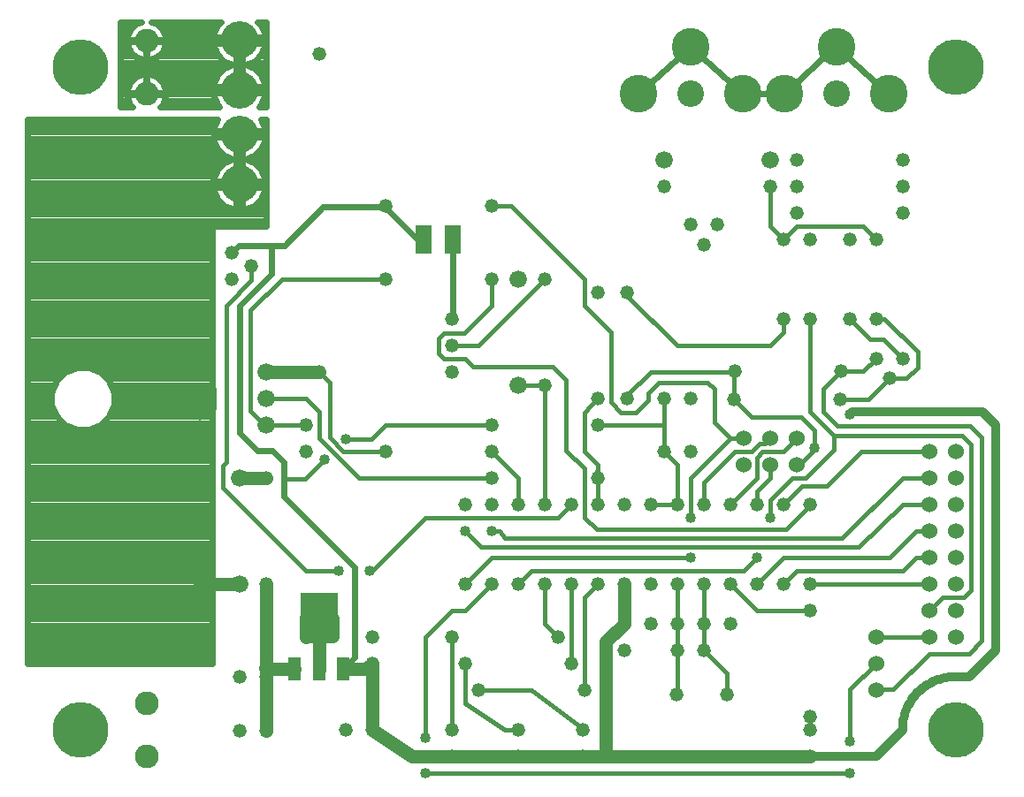
<source format=gbr>
G75*
G70*
%OFA0B0*%
%FSLAX24Y24*%
%IPPOS*%
%LPD*%
%AMOC8*
5,1,8,0,0,1.08239X$1,22.5*
%
%ADD10C,0.0900*%
%ADD11C,0.0520*%
%ADD12R,0.0480X0.0880*%
%ADD13R,0.1417X0.0866*%
%ADD14C,0.1400*%
%ADD15C,0.0660*%
%ADD16C,0.0600*%
%ADD17R,0.0630X0.1063*%
%ADD18C,0.2100*%
%ADD19C,0.1004*%
%ADD20C,0.1424*%
%ADD21C,0.0160*%
%ADD22C,0.0500*%
%ADD23C,0.0400*%
%ADD24C,0.0240*%
%ADD25C,0.0320*%
D10*
X011843Y006842D03*
X011843Y008842D03*
X011843Y031842D03*
X011843Y033842D03*
D11*
X018343Y033342D03*
X020843Y027592D03*
X020843Y024842D03*
X023343Y023342D03*
X023343Y022342D03*
X023343Y021342D03*
X024843Y019342D03*
X024843Y018342D03*
X024843Y017342D03*
X024843Y016342D03*
X023843Y016342D03*
X025843Y016342D03*
X026843Y016342D03*
X027843Y016342D03*
X028843Y016342D03*
X028843Y017342D03*
X029843Y016342D03*
X030843Y016342D03*
X031843Y016342D03*
X032843Y016342D03*
X033843Y016342D03*
X034843Y016342D03*
X035843Y016342D03*
X036843Y016342D03*
X036843Y013342D03*
X036843Y012342D03*
X035843Y013342D03*
X034843Y013342D03*
X033843Y013342D03*
X032843Y013342D03*
X031843Y013342D03*
X030843Y013342D03*
X029843Y013342D03*
X028843Y013342D03*
X027843Y013342D03*
X026843Y013342D03*
X025843Y013342D03*
X024843Y013342D03*
X023843Y013342D03*
X023343Y011342D03*
X023843Y010342D03*
X024343Y009342D03*
X023343Y007842D03*
X023343Y006842D03*
X025843Y006842D03*
X025843Y007842D03*
X028293Y007842D03*
X028293Y006842D03*
X028343Y009342D03*
X027843Y010342D03*
X027343Y011342D03*
X029843Y011842D03*
X029843Y010842D03*
X030843Y011842D03*
X031843Y011842D03*
X031843Y010842D03*
X032843Y010842D03*
X032843Y011842D03*
X033843Y011842D03*
X033718Y009167D03*
X031818Y009167D03*
X036843Y008342D03*
X036843Y007842D03*
X036843Y006842D03*
X032343Y018342D03*
X031343Y018342D03*
X031343Y020342D03*
X032343Y020342D03*
X033993Y020292D03*
X034018Y021367D03*
X035843Y023342D03*
X036843Y023342D03*
X038343Y023342D03*
X039343Y023342D03*
X039343Y021842D03*
X039843Y021092D03*
X040343Y021842D03*
X038018Y021367D03*
X037993Y020292D03*
X038343Y026342D03*
X039343Y026342D03*
X040343Y027342D03*
X040343Y028342D03*
X040343Y029342D03*
X036343Y029342D03*
X036343Y028342D03*
X035343Y028342D03*
X036343Y027342D03*
X035843Y026342D03*
X036843Y026342D03*
X033343Y026892D03*
X032843Y026142D03*
X032343Y026892D03*
X031343Y028342D03*
X026843Y024842D03*
X024843Y024842D03*
X024843Y027592D03*
X028843Y024342D03*
X029968Y024342D03*
X026843Y020842D03*
X028843Y020342D03*
X028843Y019342D03*
X029968Y020342D03*
X020843Y018342D03*
X017843Y018342D03*
X017843Y019342D03*
X016343Y017342D03*
X016343Y013342D03*
X020343Y011342D03*
X020343Y010342D03*
X020343Y007842D03*
X019343Y007842D03*
X016368Y007817D03*
X015368Y007817D03*
X015343Y009842D03*
X016343Y009842D03*
X018343Y021342D03*
X015043Y024842D03*
X015793Y025342D03*
X015043Y025842D03*
D12*
X017433Y010122D03*
X018343Y010122D03*
X019253Y010122D03*
D13*
X018343Y012562D03*
D14*
X015343Y028422D03*
X015343Y030307D03*
X015343Y031977D03*
X015343Y033862D03*
D15*
X025843Y024842D03*
X025843Y020842D03*
X016343Y021342D03*
X016343Y020342D03*
X016343Y019342D03*
X015343Y017342D03*
X015343Y013342D03*
X031343Y029342D03*
X035343Y029342D03*
D16*
X035343Y018842D03*
X034343Y018842D03*
X034343Y017842D03*
X035343Y017842D03*
X036343Y017842D03*
X036343Y018842D03*
X041343Y018342D03*
X042343Y018342D03*
X042343Y017342D03*
X041343Y017342D03*
X041343Y016342D03*
X041343Y015342D03*
X042343Y015342D03*
X042343Y016342D03*
X042343Y014342D03*
X041343Y014342D03*
X041343Y013342D03*
X041343Y012342D03*
X042343Y012342D03*
X042343Y013342D03*
X042343Y011342D03*
X041343Y011342D03*
X039343Y011342D03*
X039343Y010342D03*
X039343Y009342D03*
D17*
X023395Y026342D03*
X022292Y026342D03*
D18*
X009343Y007842D03*
X009343Y032842D03*
X042343Y032842D03*
X042343Y007842D03*
D19*
X037843Y031842D03*
X032343Y031842D03*
D20*
X030375Y031842D03*
X032343Y033613D03*
X034312Y031842D03*
X035875Y031842D03*
X037843Y033613D03*
X039812Y031842D03*
D21*
X035343Y028342D02*
X035343Y026842D01*
X035843Y026342D01*
X036343Y026842D01*
X038843Y026842D01*
X039343Y026342D01*
X039343Y023342D02*
X039668Y023342D01*
X040918Y022092D01*
X040918Y021517D01*
X040493Y021092D01*
X039843Y021092D01*
X039043Y020292D01*
X037993Y020292D01*
X037343Y020692D02*
X037343Y019842D01*
X037893Y019292D01*
X042893Y019292D01*
X043318Y018867D01*
X043318Y011192D01*
X042843Y010717D01*
X041343Y010717D01*
X039993Y009367D01*
X039318Y009367D01*
X039343Y009342D01*
X038368Y009367D02*
X039343Y010342D01*
X038368Y009367D02*
X038368Y007392D01*
X038368Y006217D02*
X022343Y006217D01*
X022343Y007542D02*
X022343Y011342D01*
X023343Y012342D01*
X023843Y012342D01*
X024843Y013342D01*
X023843Y013342D02*
X024843Y014342D01*
X032343Y014342D01*
X031843Y013342D02*
X031843Y011842D01*
X031843Y010842D01*
X031843Y009192D01*
X031818Y009167D01*
X033718Y009167D02*
X033718Y009967D01*
X032843Y010842D01*
X032843Y011842D01*
X032843Y013342D01*
X033843Y013342D02*
X034843Y012342D01*
X036843Y012342D01*
X036843Y013342D02*
X041343Y013342D01*
X041843Y012842D02*
X042668Y012842D01*
X042918Y013092D01*
X042918Y018617D01*
X042593Y018942D01*
X037743Y018942D01*
X037743Y018392D01*
X036693Y017342D01*
X036193Y017342D01*
X035343Y016492D01*
X035343Y015842D01*
X034843Y016342D02*
X034843Y016842D01*
X035343Y017342D01*
X035343Y017842D01*
X034843Y018117D02*
X034843Y017342D01*
X033843Y016342D01*
X032843Y016342D02*
X032843Y017167D01*
X034018Y018342D01*
X034643Y018342D01*
X034943Y018642D01*
X035143Y018642D01*
X035343Y018842D01*
X035068Y018342D02*
X035843Y018342D01*
X036343Y018842D01*
X037018Y019142D02*
X037018Y018467D01*
X037018Y018392D01*
X036468Y017842D01*
X036343Y017842D01*
X036543Y017042D02*
X037493Y017042D01*
X038793Y018342D01*
X041343Y018342D01*
X041343Y017342D02*
X040343Y017342D01*
X038043Y015067D01*
X025368Y015067D01*
X025143Y015342D01*
X024843Y015342D01*
X024443Y014742D02*
X038693Y014742D01*
X040343Y016342D01*
X041343Y016342D01*
X041343Y015342D02*
X040843Y015342D01*
X039843Y014342D01*
X035843Y014342D01*
X034843Y013342D01*
X034343Y013842D02*
X034843Y014342D01*
X034343Y013842D02*
X026343Y013842D01*
X025843Y013342D01*
X026843Y013342D02*
X026843Y011842D01*
X027343Y011342D01*
X027843Y010342D02*
X027843Y013342D01*
X028343Y012842D02*
X028343Y009342D01*
X028343Y007842D02*
X026343Y009342D01*
X024343Y009342D01*
X023843Y008842D02*
X025343Y007842D01*
X025843Y007842D01*
X023843Y008842D02*
X023843Y010342D01*
X023343Y011342D02*
X023343Y007842D01*
X028293Y007842D02*
X028343Y007842D01*
X033718Y009142D02*
X033718Y009167D01*
X036843Y008342D02*
X036843Y007842D01*
X039343Y011342D02*
X041343Y011342D01*
X041343Y012342D02*
X041843Y012842D01*
X040343Y013842D02*
X040843Y014342D01*
X041343Y014342D01*
X040343Y013842D02*
X036343Y013842D01*
X035843Y013342D01*
X035943Y015417D02*
X028818Y015417D01*
X028343Y015842D01*
X028343Y017692D01*
X027668Y018367D01*
X027668Y021042D01*
X027168Y021542D01*
X024143Y021542D01*
X023843Y021842D01*
X023068Y021842D01*
X022868Y022042D01*
X022868Y022617D01*
X023068Y022817D01*
X023818Y022817D01*
X024843Y023842D01*
X024843Y024842D01*
X026843Y024842D02*
X024343Y022342D01*
X023343Y022342D01*
X025843Y020842D02*
X026843Y020842D01*
X026843Y016342D01*
X027343Y015842D02*
X022343Y015842D01*
X020343Y013842D01*
X020243Y013842D01*
X019093Y013842D02*
X017843Y013842D01*
X014718Y016967D01*
X014718Y017817D01*
X014843Y017942D01*
X014843Y023842D01*
X015793Y024792D01*
X015793Y025342D01*
X016943Y024842D02*
X020843Y024842D01*
X020893Y024892D01*
X016943Y024842D02*
X015768Y023667D01*
X015768Y019867D01*
X016293Y019342D01*
X017843Y019342D01*
X016343Y019342D01*
X016343Y020342D02*
X017843Y020342D01*
X018343Y019842D01*
X018343Y018842D01*
X019843Y017342D01*
X024843Y017342D01*
X025843Y017342D02*
X024843Y018342D01*
X024843Y019342D02*
X020843Y019342D01*
X020318Y018817D01*
X019343Y018817D01*
X019268Y018342D02*
X020843Y018342D01*
X019268Y018342D02*
X018743Y018867D01*
X018743Y020942D01*
X018343Y021342D01*
X018568Y018042D02*
X017829Y017302D01*
X017018Y017302D01*
X023843Y015342D02*
X024443Y014742D01*
X025843Y016342D02*
X025843Y017342D01*
X027343Y015842D02*
X027843Y016342D01*
X028843Y016342D02*
X028843Y017342D01*
X028843Y017842D01*
X028343Y018342D01*
X028343Y019817D01*
X028843Y020367D01*
X028843Y020342D01*
X029343Y020192D02*
X029718Y019817D01*
X030293Y019817D01*
X030743Y020267D01*
X030743Y020542D01*
X031143Y020942D01*
X032993Y020942D01*
X033243Y020692D01*
X033243Y019442D01*
X033843Y018842D01*
X034343Y018842D01*
X033843Y018842D02*
X032343Y017342D01*
X032343Y015842D01*
X031843Y016342D02*
X031843Y017842D01*
X031343Y018342D01*
X031343Y019342D01*
X028843Y019342D01*
X029343Y020192D02*
X029343Y022842D01*
X028343Y023842D01*
X028343Y024842D01*
X025593Y027592D01*
X024843Y027592D01*
X029968Y024342D02*
X029968Y024217D01*
X031843Y022342D01*
X035343Y022342D01*
X035843Y022842D01*
X035843Y023342D01*
X036843Y023342D02*
X036843Y019842D01*
X037743Y018942D01*
X037018Y019142D02*
X036518Y019642D01*
X034643Y019642D01*
X033993Y020292D01*
X033993Y021342D01*
X034018Y021367D01*
X033868Y021367D01*
X033843Y021342D01*
X030843Y021342D01*
X029968Y020467D01*
X029968Y020342D01*
X031343Y020342D02*
X031343Y019342D01*
X033993Y020242D02*
X033993Y020292D01*
X035068Y018342D02*
X034843Y018117D01*
X036543Y017042D02*
X035843Y016342D01*
X035943Y015417D02*
X036843Y016317D01*
X036843Y016342D01*
X031843Y016342D02*
X030843Y016342D01*
X028843Y017342D02*
X028818Y017617D01*
X028843Y013342D02*
X028343Y012842D01*
X037343Y020692D02*
X038018Y021367D01*
X038868Y021367D01*
X039343Y021842D01*
X039118Y022567D02*
X038343Y023342D01*
X038318Y023342D01*
X039118Y022567D02*
X039618Y022567D01*
X040343Y021842D01*
D22*
X029843Y013342D02*
X029843Y011842D01*
X029168Y011167D01*
X029168Y006842D01*
X036843Y006842D01*
X029168Y006842D02*
X028293Y006842D01*
X025843Y006842D01*
X023343Y006842D01*
X021843Y006842D01*
X020343Y007842D01*
X020343Y010342D01*
X020123Y010122D01*
X019253Y010122D01*
X018343Y010122D02*
X018343Y011342D01*
X018343Y012562D01*
X018343Y012542D01*
X018843Y012042D01*
X018843Y011367D01*
X017868Y011367D01*
X017843Y011342D01*
X017843Y012062D01*
X018343Y012562D01*
X016343Y013342D02*
X016343Y010167D01*
X016318Y010167D01*
X016363Y010122D01*
X017433Y010122D01*
X018343Y010122D02*
X018343Y010117D01*
X016343Y010167D02*
X016343Y009842D01*
X016343Y007842D01*
X016368Y007817D01*
X015343Y013342D02*
X013843Y013342D01*
X015343Y017342D02*
X016343Y017342D01*
X016343Y021342D02*
X018343Y021342D01*
X028293Y006842D02*
X028343Y006842D01*
D23*
X022343Y006217D03*
X022343Y007542D03*
X018843Y011367D03*
X018343Y011342D03*
X017843Y011342D03*
X019093Y013842D03*
X020243Y013842D03*
X023843Y015342D03*
X024843Y015342D03*
X019343Y018817D03*
X018568Y018042D03*
X013843Y019342D03*
X013843Y020342D03*
X013843Y021342D03*
X032343Y015842D03*
X032343Y014342D03*
X034843Y014342D03*
X035343Y015842D03*
X037018Y018467D03*
X038368Y019742D03*
X038368Y007392D03*
X038368Y006217D03*
D24*
X019693Y010562D02*
X019693Y013967D01*
X017018Y016642D01*
X017018Y017302D01*
X017018Y017942D01*
X016593Y018367D01*
X016018Y018367D01*
X015343Y019042D01*
X015343Y023842D01*
X016543Y025042D01*
X016543Y026117D01*
X017043Y026117D01*
X018493Y027567D01*
X020818Y027567D01*
X022043Y026342D01*
X022292Y026342D01*
X023395Y026342D02*
X023395Y023368D01*
X023368Y023342D01*
X023343Y023342D01*
X020843Y027567D02*
X020818Y027567D01*
X020843Y027592D01*
X020843Y027567D01*
X016368Y027526D02*
X015716Y027526D01*
X015893Y027599D02*
X015536Y027452D01*
X015463Y027452D01*
X015463Y028302D01*
X015223Y028302D01*
X014373Y028302D01*
X014373Y028229D01*
X014521Y027872D01*
X014794Y027599D01*
X015150Y027452D01*
X015223Y027452D01*
X015223Y028302D01*
X015223Y028542D01*
X014373Y028542D01*
X014373Y028615D01*
X014521Y028971D01*
X014794Y029244D01*
X015084Y029364D01*
X014794Y029484D01*
X014521Y029757D01*
X014373Y030114D01*
X014373Y030187D01*
X015223Y030187D01*
X015223Y030427D01*
X014373Y030427D01*
X014373Y030500D01*
X014521Y030856D01*
X014532Y030867D01*
X007363Y030867D01*
X007363Y010342D01*
X014318Y010342D01*
X014318Y019967D01*
X014343Y019967D01*
X014343Y020717D01*
X014318Y020717D01*
X014318Y026842D01*
X016368Y026842D01*
X016368Y030867D01*
X016155Y030867D01*
X016166Y030856D01*
X016313Y030500D01*
X016313Y030427D01*
X015464Y030427D01*
X015464Y030187D01*
X016313Y030187D01*
X016313Y030114D01*
X016166Y029757D01*
X015893Y029484D01*
X015603Y029364D01*
X015893Y029244D01*
X016166Y028971D01*
X016313Y028615D01*
X016313Y028542D01*
X015464Y028542D01*
X015464Y028302D01*
X016313Y028302D01*
X016313Y028229D01*
X016166Y027872D01*
X015893Y027599D01*
X016058Y027765D02*
X016368Y027765D01*
X016368Y028003D02*
X016220Y028003D01*
X016313Y028242D02*
X016368Y028242D01*
X016368Y028480D02*
X015464Y028480D01*
X015463Y028542D02*
X015223Y028542D01*
X015223Y029392D01*
X015223Y030187D01*
X015463Y030187D01*
X015463Y029392D01*
X015463Y028542D01*
X015463Y028719D02*
X015223Y028719D01*
X015223Y028958D02*
X015463Y028958D01*
X015463Y029196D02*
X015223Y029196D01*
X015223Y029435D02*
X015463Y029435D01*
X015463Y029673D02*
X015223Y029673D01*
X015223Y029912D02*
X015463Y029912D01*
X015463Y030150D02*
X015223Y030150D01*
X015223Y030389D02*
X007363Y030389D01*
X007363Y030627D02*
X014426Y030627D01*
X014531Y030866D02*
X007363Y030866D01*
X007363Y030150D02*
X014373Y030150D01*
X014457Y029912D02*
X007363Y029912D01*
X007363Y029673D02*
X014605Y029673D01*
X014914Y029435D02*
X007363Y029435D01*
X007363Y029196D02*
X014746Y029196D01*
X014516Y028958D02*
X007363Y028958D01*
X007363Y028719D02*
X014417Y028719D01*
X014373Y028242D02*
X007363Y028242D01*
X007363Y028480D02*
X015223Y028480D01*
X015223Y028242D02*
X015463Y028242D01*
X015463Y028003D02*
X015223Y028003D01*
X015223Y027765D02*
X015463Y027765D01*
X015463Y027526D02*
X015223Y027526D01*
X014971Y027526D02*
X007363Y027526D01*
X007363Y027288D02*
X016368Y027288D01*
X016368Y027049D02*
X007363Y027049D01*
X007363Y026811D02*
X014318Y026811D01*
X014318Y026572D02*
X007363Y026572D01*
X007363Y026334D02*
X014318Y026334D01*
X014318Y026095D02*
X007363Y026095D01*
X007363Y025856D02*
X014318Y025856D01*
X014318Y025618D02*
X007363Y025618D01*
X007363Y025379D02*
X014318Y025379D01*
X014318Y025141D02*
X007363Y025141D01*
X007363Y024902D02*
X014318Y024902D01*
X014318Y024664D02*
X007363Y024664D01*
X007363Y024425D02*
X014318Y024425D01*
X014318Y024187D02*
X007363Y024187D01*
X007363Y023948D02*
X014318Y023948D01*
X014318Y023710D02*
X007363Y023710D01*
X007363Y023471D02*
X014318Y023471D01*
X014318Y023232D02*
X007363Y023232D01*
X007363Y022994D02*
X014318Y022994D01*
X014318Y022755D02*
X007363Y022755D01*
X007363Y022517D02*
X014318Y022517D01*
X014318Y022278D02*
X007363Y022278D01*
X007363Y022040D02*
X014318Y022040D01*
X014318Y021801D02*
X007363Y021801D01*
X007363Y021563D02*
X014318Y021563D01*
X014318Y021324D02*
X010116Y021324D01*
X010106Y021334D02*
X009676Y021512D01*
X009211Y021512D01*
X008781Y021334D01*
X008452Y021004D01*
X008273Y020574D01*
X008273Y020109D01*
X008452Y019679D01*
X008781Y019350D01*
X009211Y019172D01*
X009676Y019172D01*
X010106Y019350D01*
X010435Y019679D01*
X010613Y020109D01*
X010613Y020574D01*
X010435Y021004D01*
X010106Y021334D01*
X010354Y021086D02*
X014318Y021086D01*
X014318Y020847D02*
X010501Y020847D01*
X010599Y020609D02*
X014343Y020609D01*
X014343Y020370D02*
X010613Y020370D01*
X010613Y020131D02*
X014343Y020131D01*
X014318Y019893D02*
X010524Y019893D01*
X010411Y019654D02*
X014318Y019654D01*
X014318Y019416D02*
X010172Y019416D01*
X009689Y019177D02*
X014318Y019177D01*
X014318Y018939D02*
X007363Y018939D01*
X007363Y019177D02*
X009197Y019177D01*
X008715Y019416D02*
X007363Y019416D01*
X007363Y019654D02*
X008476Y019654D01*
X008363Y019893D02*
X007363Y019893D01*
X007363Y020131D02*
X008273Y020131D01*
X008273Y020370D02*
X007363Y020370D01*
X007363Y020609D02*
X008288Y020609D01*
X008386Y020847D02*
X007363Y020847D01*
X007363Y021086D02*
X008533Y021086D01*
X008771Y021324D02*
X007363Y021324D01*
X007363Y018700D02*
X014318Y018700D01*
X014318Y018462D02*
X007363Y018462D01*
X007363Y018223D02*
X014318Y018223D01*
X014318Y017985D02*
X007363Y017985D01*
X007363Y017746D02*
X014318Y017746D01*
X014318Y017507D02*
X007363Y017507D01*
X007363Y017269D02*
X014318Y017269D01*
X014318Y017030D02*
X007363Y017030D01*
X007363Y016792D02*
X014318Y016792D01*
X014318Y016553D02*
X007363Y016553D01*
X007363Y016315D02*
X014318Y016315D01*
X014318Y016076D02*
X007363Y016076D01*
X007363Y015838D02*
X014318Y015838D01*
X014318Y015599D02*
X007363Y015599D01*
X007363Y015361D02*
X014318Y015361D01*
X014318Y015122D02*
X007363Y015122D01*
X007363Y014883D02*
X014318Y014883D01*
X014318Y014645D02*
X007363Y014645D01*
X007363Y014406D02*
X014318Y014406D01*
X014318Y014168D02*
X007363Y014168D01*
X007363Y013929D02*
X014318Y013929D01*
X014318Y013691D02*
X007363Y013691D01*
X007363Y013452D02*
X014318Y013452D01*
X014318Y013214D02*
X007363Y013214D01*
X007363Y012975D02*
X014318Y012975D01*
X014318Y012737D02*
X007363Y012737D01*
X007363Y012498D02*
X014318Y012498D01*
X014318Y012259D02*
X007363Y012259D01*
X007363Y012021D02*
X014318Y012021D01*
X014318Y011782D02*
X007363Y011782D01*
X007363Y011544D02*
X014318Y011544D01*
X014318Y011305D02*
X007363Y011305D01*
X007363Y011067D02*
X014318Y011067D01*
X014318Y010828D02*
X007363Y010828D01*
X007363Y010590D02*
X014318Y010590D01*
X014318Y010351D02*
X007363Y010351D01*
X019253Y010122D02*
X019693Y010562D01*
X015043Y025842D02*
X015318Y026117D01*
X016543Y026117D01*
X014629Y027765D02*
X007363Y027765D01*
X007363Y028003D02*
X014467Y028003D01*
X015941Y029196D02*
X016368Y029196D01*
X016368Y028958D02*
X016171Y028958D01*
X016270Y028719D02*
X016368Y028719D01*
X016368Y029435D02*
X015773Y029435D01*
X016082Y029673D02*
X016368Y029673D01*
X016368Y029912D02*
X016230Y029912D01*
X016313Y030150D02*
X016368Y030150D01*
X016368Y030389D02*
X015464Y030389D01*
X016261Y030627D02*
X016368Y030627D01*
X016368Y030866D02*
X016156Y030866D01*
X016080Y031342D02*
X016166Y031427D01*
X016313Y031784D01*
X016313Y031857D01*
X015464Y031857D01*
X015464Y032097D01*
X016313Y032097D01*
X016313Y032170D01*
X016166Y032526D01*
X015893Y032799D01*
X015603Y032919D01*
X015893Y033039D01*
X016166Y033312D01*
X016313Y033669D01*
X016313Y033742D01*
X015464Y033742D01*
X015464Y033982D01*
X016313Y033982D01*
X016313Y034055D01*
X016166Y034411D01*
X016035Y034542D01*
X016368Y034542D01*
X016368Y031342D01*
X016080Y031342D01*
X016081Y031343D02*
X016368Y031343D01*
X016368Y031581D02*
X016230Y031581D01*
X016313Y031820D02*
X016368Y031820D01*
X016368Y032059D02*
X015464Y032059D01*
X015463Y032097D02*
X015223Y032097D01*
X015223Y031857D01*
X014373Y031857D01*
X014373Y031784D01*
X014521Y031427D01*
X014607Y031342D01*
X012362Y031342D01*
X012454Y031434D01*
X012563Y031698D01*
X012563Y031812D01*
X011874Y031812D01*
X011874Y031872D01*
X012563Y031872D01*
X012563Y031985D01*
X012454Y032250D01*
X012251Y032452D01*
X011987Y032562D01*
X011873Y032562D01*
X011873Y031872D01*
X011813Y031872D01*
X011813Y031812D01*
X011123Y031812D01*
X011123Y031698D01*
X011233Y031434D01*
X011325Y031342D01*
X010868Y031342D01*
X010868Y034542D01*
X011652Y034542D01*
X011436Y034452D01*
X011233Y034250D01*
X011123Y033985D01*
X011123Y033872D01*
X011813Y033872D01*
X011813Y033812D01*
X011123Y033812D01*
X011123Y033698D01*
X011233Y033434D01*
X011436Y033231D01*
X011700Y033122D01*
X011813Y033122D01*
X011813Y033811D01*
X011873Y033811D01*
X011873Y033122D01*
X011987Y033122D01*
X012251Y033231D01*
X012454Y033434D01*
X012563Y033698D01*
X012563Y033812D01*
X011874Y033812D01*
X011874Y033872D01*
X012563Y033872D01*
X012563Y033985D01*
X012454Y034250D01*
X012251Y034452D01*
X012035Y034542D01*
X014652Y034542D01*
X014521Y034411D01*
X014373Y034055D01*
X014373Y033982D01*
X015223Y033982D01*
X015223Y033742D01*
X014373Y033742D01*
X014373Y033669D01*
X014521Y033312D01*
X014794Y033039D01*
X015084Y032919D01*
X014794Y032799D01*
X014521Y032526D01*
X014373Y032170D01*
X014373Y032097D01*
X015223Y032097D01*
X015223Y032947D01*
X015223Y033742D01*
X015463Y033742D01*
X015463Y032947D01*
X015463Y032097D01*
X015463Y032297D02*
X015223Y032297D01*
X015223Y032059D02*
X012533Y032059D01*
X012406Y032297D02*
X014426Y032297D01*
X014531Y032536D02*
X012050Y032536D01*
X011873Y032536D02*
X011813Y032536D01*
X011813Y032562D02*
X011700Y032562D01*
X011436Y032452D01*
X011233Y032250D01*
X011123Y031985D01*
X011123Y031872D01*
X011813Y031872D01*
X011813Y032562D01*
X011637Y032536D02*
X010868Y032536D01*
X010868Y032774D02*
X014769Y032774D01*
X014858Y033013D02*
X010868Y033013D01*
X010868Y033251D02*
X011416Y033251D01*
X011210Y033490D02*
X010868Y033490D01*
X010868Y033728D02*
X011123Y033728D01*
X011123Y033967D02*
X010868Y033967D01*
X010868Y034205D02*
X011215Y034205D01*
X011428Y034444D02*
X010868Y034444D01*
X011813Y033728D02*
X011873Y033728D01*
X011873Y033490D02*
X011813Y033490D01*
X011813Y033251D02*
X011873Y033251D01*
X012271Y033251D02*
X014582Y033251D01*
X014448Y033490D02*
X012477Y033490D01*
X012563Y033728D02*
X014373Y033728D01*
X014436Y034205D02*
X012472Y034205D01*
X012563Y033967D02*
X015223Y033967D01*
X015223Y033728D02*
X015463Y033728D01*
X015463Y033490D02*
X015223Y033490D01*
X015223Y033251D02*
X015463Y033251D01*
X015463Y033013D02*
X015223Y033013D01*
X015223Y032774D02*
X015463Y032774D01*
X015463Y032536D02*
X015223Y032536D01*
X015829Y033013D02*
X016368Y033013D01*
X016368Y033251D02*
X016105Y033251D01*
X016239Y033490D02*
X016368Y033490D01*
X016368Y033728D02*
X016313Y033728D01*
X016368Y033967D02*
X015464Y033967D01*
X016133Y034444D02*
X016368Y034444D01*
X016368Y034205D02*
X016251Y034205D01*
X016368Y032774D02*
X015918Y032774D01*
X016156Y032536D02*
X016368Y032536D01*
X016368Y032297D02*
X016261Y032297D01*
X014605Y031343D02*
X012363Y031343D01*
X012515Y031581D02*
X014457Y031581D01*
X014373Y031820D02*
X011874Y031820D01*
X011813Y031820D02*
X010868Y031820D01*
X010868Y031581D02*
X011172Y031581D01*
X011324Y031343D02*
X010868Y031343D01*
X010868Y032059D02*
X011154Y032059D01*
X011281Y032297D02*
X010868Y032297D01*
X011813Y032297D02*
X011873Y032297D01*
X011873Y032059D02*
X011813Y032059D01*
X012259Y034444D02*
X014554Y034444D01*
X030375Y031842D02*
X032343Y033617D01*
X032343Y033613D01*
X034318Y031842D01*
X034312Y031842D01*
X035875Y031842D01*
X037818Y033642D01*
X037843Y033613D01*
X039793Y031842D01*
X039812Y031842D01*
D25*
X038468Y019842D02*
X038368Y019742D01*
X038468Y019842D02*
X043343Y019842D01*
X043843Y019342D01*
X043843Y010842D01*
X042843Y009842D01*
X042343Y009842D01*
X042256Y009840D01*
X042169Y009834D01*
X042082Y009825D01*
X041996Y009812D01*
X041910Y009795D01*
X041825Y009774D01*
X041742Y009749D01*
X041659Y009721D01*
X041578Y009690D01*
X041498Y009655D01*
X041420Y009616D01*
X041343Y009574D01*
X041268Y009529D01*
X041196Y009480D01*
X041125Y009429D01*
X041057Y009374D01*
X040992Y009317D01*
X040929Y009256D01*
X040868Y009193D01*
X040811Y009128D01*
X040756Y009060D01*
X040705Y008989D01*
X040656Y008917D01*
X040611Y008842D01*
X040569Y008765D01*
X040530Y008687D01*
X040495Y008607D01*
X040464Y008526D01*
X040436Y008443D01*
X040411Y008360D01*
X040390Y008275D01*
X040373Y008189D01*
X040360Y008103D01*
X040351Y008016D01*
X040345Y007929D01*
X040343Y007842D01*
X039343Y006842D01*
X036843Y006842D01*
M02*

</source>
